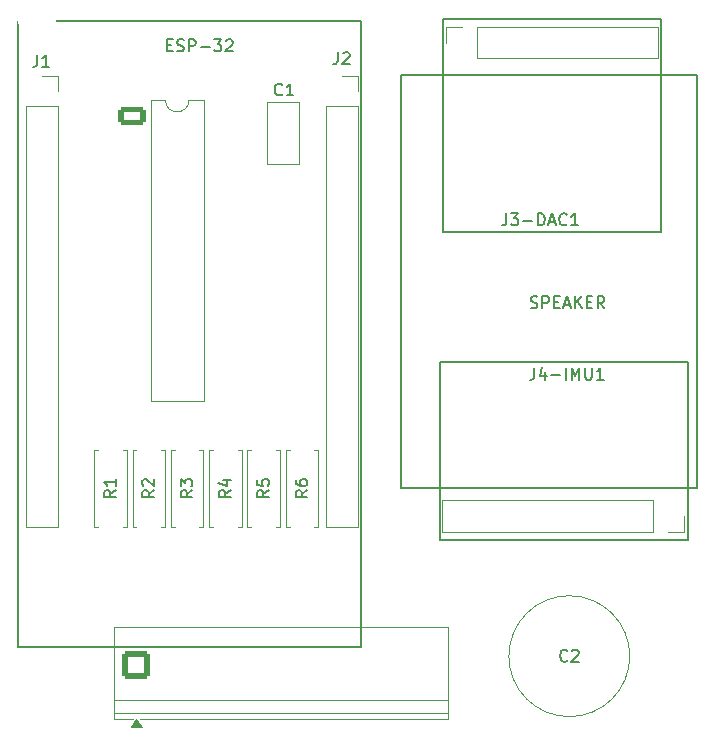
<source format=gto>
%TF.GenerationSoftware,KiCad,Pcbnew,9.0.5*%
%TF.CreationDate,2025-12-28T17:34:09+02:00*%
%TF.ProjectId,base-schematic-02,62617365-2d73-4636-9865-6d617469632d,rev?*%
%TF.SameCoordinates,Original*%
%TF.FileFunction,Legend,Top*%
%TF.FilePolarity,Positive*%
%FSLAX46Y46*%
G04 Gerber Fmt 4.6, Leading zero omitted, Abs format (unit mm)*
G04 Created by KiCad (PCBNEW 9.0.5) date 2025-12-28 17:34:09*
%MOMM*%
%LPD*%
G01*
G04 APERTURE LIST*
G04 Aperture macros list*
%AMRoundRect*
0 Rectangle with rounded corners*
0 $1 Rounding radius*
0 $2 $3 $4 $5 $6 $7 $8 $9 X,Y pos of 4 corners*
0 Add a 4 corners polygon primitive as box body*
4,1,4,$2,$3,$4,$5,$6,$7,$8,$9,$2,$3,0*
0 Add four circle primitives for the rounded corners*
1,1,$1+$1,$2,$3*
1,1,$1+$1,$4,$5*
1,1,$1+$1,$6,$7*
1,1,$1+$1,$8,$9*
0 Add four rect primitives between the rounded corners*
20,1,$1+$1,$2,$3,$4,$5,0*
20,1,$1+$1,$4,$5,$6,$7,0*
20,1,$1+$1,$6,$7,$8,$9,0*
20,1,$1+$1,$8,$9,$2,$3,0*%
G04 Aperture macros list end*
%ADD10C,0.200000*%
%ADD11C,0.150000*%
%ADD12C,0.120000*%
%ADD13R,1.700000X1.700000*%
%ADD14C,1.700000*%
%ADD15C,3.200000*%
%ADD16C,1.600000*%
%ADD17RoundRect,0.250001X-0.949999X-0.949999X0.949999X-0.949999X0.949999X0.949999X-0.949999X0.949999X0*%
%ADD18C,2.400000*%
%ADD19RoundRect,0.250000X-0.950000X-0.550000X0.950000X-0.550000X0.950000X0.550000X-0.950000X0.550000X0*%
%ADD20O,2.400000X1.600000*%
G04 APERTURE END LIST*
D10*
X87709138Y-82394959D02*
X108709138Y-82394959D01*
X108709138Y-97394959D01*
X87709138Y-97394959D01*
X87709138Y-82394959D01*
X52000000Y-53460000D02*
X81000000Y-53460000D01*
X81000000Y-106460000D01*
X52000000Y-106460000D01*
X52000000Y-53460000D01*
X87950000Y-53335000D02*
X106450000Y-53335000D01*
X106450000Y-71335000D01*
X87950000Y-71335000D01*
X87950000Y-53335000D01*
D11*
X64588095Y-55531009D02*
X64921428Y-55531009D01*
X65064285Y-56054819D02*
X64588095Y-56054819D01*
X64588095Y-56054819D02*
X64588095Y-55054819D01*
X64588095Y-55054819D02*
X65064285Y-55054819D01*
X65445238Y-56007200D02*
X65588095Y-56054819D01*
X65588095Y-56054819D02*
X65826190Y-56054819D01*
X65826190Y-56054819D02*
X65921428Y-56007200D01*
X65921428Y-56007200D02*
X65969047Y-55959580D01*
X65969047Y-55959580D02*
X66016666Y-55864342D01*
X66016666Y-55864342D02*
X66016666Y-55769104D01*
X66016666Y-55769104D02*
X65969047Y-55673866D01*
X65969047Y-55673866D02*
X65921428Y-55626247D01*
X65921428Y-55626247D02*
X65826190Y-55578628D01*
X65826190Y-55578628D02*
X65635714Y-55531009D01*
X65635714Y-55531009D02*
X65540476Y-55483390D01*
X65540476Y-55483390D02*
X65492857Y-55435771D01*
X65492857Y-55435771D02*
X65445238Y-55340533D01*
X65445238Y-55340533D02*
X65445238Y-55245295D01*
X65445238Y-55245295D02*
X65492857Y-55150057D01*
X65492857Y-55150057D02*
X65540476Y-55102438D01*
X65540476Y-55102438D02*
X65635714Y-55054819D01*
X65635714Y-55054819D02*
X65873809Y-55054819D01*
X65873809Y-55054819D02*
X66016666Y-55102438D01*
X66445238Y-56054819D02*
X66445238Y-55054819D01*
X66445238Y-55054819D02*
X66826190Y-55054819D01*
X66826190Y-55054819D02*
X66921428Y-55102438D01*
X66921428Y-55102438D02*
X66969047Y-55150057D01*
X66969047Y-55150057D02*
X67016666Y-55245295D01*
X67016666Y-55245295D02*
X67016666Y-55388152D01*
X67016666Y-55388152D02*
X66969047Y-55483390D01*
X66969047Y-55483390D02*
X66921428Y-55531009D01*
X66921428Y-55531009D02*
X66826190Y-55578628D01*
X66826190Y-55578628D02*
X66445238Y-55578628D01*
X67445238Y-55673866D02*
X68207143Y-55673866D01*
X68588095Y-55054819D02*
X69207142Y-55054819D01*
X69207142Y-55054819D02*
X68873809Y-55435771D01*
X68873809Y-55435771D02*
X69016666Y-55435771D01*
X69016666Y-55435771D02*
X69111904Y-55483390D01*
X69111904Y-55483390D02*
X69159523Y-55531009D01*
X69159523Y-55531009D02*
X69207142Y-55626247D01*
X69207142Y-55626247D02*
X69207142Y-55864342D01*
X69207142Y-55864342D02*
X69159523Y-55959580D01*
X69159523Y-55959580D02*
X69111904Y-56007200D01*
X69111904Y-56007200D02*
X69016666Y-56054819D01*
X69016666Y-56054819D02*
X68730952Y-56054819D01*
X68730952Y-56054819D02*
X68635714Y-56007200D01*
X68635714Y-56007200D02*
X68588095Y-55959580D01*
X69588095Y-55150057D02*
X69635714Y-55102438D01*
X69635714Y-55102438D02*
X69730952Y-55054819D01*
X69730952Y-55054819D02*
X69969047Y-55054819D01*
X69969047Y-55054819D02*
X70064285Y-55102438D01*
X70064285Y-55102438D02*
X70111904Y-55150057D01*
X70111904Y-55150057D02*
X70159523Y-55245295D01*
X70159523Y-55245295D02*
X70159523Y-55340533D01*
X70159523Y-55340533D02*
X70111904Y-55483390D01*
X70111904Y-55483390D02*
X69540476Y-56054819D01*
X69540476Y-56054819D02*
X70159523Y-56054819D01*
X95380952Y-77757200D02*
X95523809Y-77804819D01*
X95523809Y-77804819D02*
X95761904Y-77804819D01*
X95761904Y-77804819D02*
X95857142Y-77757200D01*
X95857142Y-77757200D02*
X95904761Y-77709580D01*
X95904761Y-77709580D02*
X95952380Y-77614342D01*
X95952380Y-77614342D02*
X95952380Y-77519104D01*
X95952380Y-77519104D02*
X95904761Y-77423866D01*
X95904761Y-77423866D02*
X95857142Y-77376247D01*
X95857142Y-77376247D02*
X95761904Y-77328628D01*
X95761904Y-77328628D02*
X95571428Y-77281009D01*
X95571428Y-77281009D02*
X95476190Y-77233390D01*
X95476190Y-77233390D02*
X95428571Y-77185771D01*
X95428571Y-77185771D02*
X95380952Y-77090533D01*
X95380952Y-77090533D02*
X95380952Y-76995295D01*
X95380952Y-76995295D02*
X95428571Y-76900057D01*
X95428571Y-76900057D02*
X95476190Y-76852438D01*
X95476190Y-76852438D02*
X95571428Y-76804819D01*
X95571428Y-76804819D02*
X95809523Y-76804819D01*
X95809523Y-76804819D02*
X95952380Y-76852438D01*
X96380952Y-77804819D02*
X96380952Y-76804819D01*
X96380952Y-76804819D02*
X96761904Y-76804819D01*
X96761904Y-76804819D02*
X96857142Y-76852438D01*
X96857142Y-76852438D02*
X96904761Y-76900057D01*
X96904761Y-76900057D02*
X96952380Y-76995295D01*
X96952380Y-76995295D02*
X96952380Y-77138152D01*
X96952380Y-77138152D02*
X96904761Y-77233390D01*
X96904761Y-77233390D02*
X96857142Y-77281009D01*
X96857142Y-77281009D02*
X96761904Y-77328628D01*
X96761904Y-77328628D02*
X96380952Y-77328628D01*
X97380952Y-77281009D02*
X97714285Y-77281009D01*
X97857142Y-77804819D02*
X97380952Y-77804819D01*
X97380952Y-77804819D02*
X97380952Y-76804819D01*
X97380952Y-76804819D02*
X97857142Y-76804819D01*
X98238095Y-77519104D02*
X98714285Y-77519104D01*
X98142857Y-77804819D02*
X98476190Y-76804819D01*
X98476190Y-76804819D02*
X98809523Y-77804819D01*
X99142857Y-77804819D02*
X99142857Y-76804819D01*
X99714285Y-77804819D02*
X99285714Y-77233390D01*
X99714285Y-76804819D02*
X99142857Y-77376247D01*
X100142857Y-77281009D02*
X100476190Y-77281009D01*
X100619047Y-77804819D02*
X100142857Y-77804819D01*
X100142857Y-77804819D02*
X100142857Y-76804819D01*
X100142857Y-76804819D02*
X100619047Y-76804819D01*
X101619047Y-77804819D02*
X101285714Y-77328628D01*
X101047619Y-77804819D02*
X101047619Y-76804819D01*
X101047619Y-76804819D02*
X101428571Y-76804819D01*
X101428571Y-76804819D02*
X101523809Y-76852438D01*
X101523809Y-76852438D02*
X101571428Y-76900057D01*
X101571428Y-76900057D02*
X101619047Y-76995295D01*
X101619047Y-76995295D02*
X101619047Y-77138152D01*
X101619047Y-77138152D02*
X101571428Y-77233390D01*
X101571428Y-77233390D02*
X101523809Y-77281009D01*
X101523809Y-77281009D02*
X101428571Y-77328628D01*
X101428571Y-77328628D02*
X101047619Y-77328628D01*
D10*
X84450000Y-58025000D02*
X109450000Y-58025000D01*
X109450000Y-93025000D01*
X84450000Y-93025000D01*
X84450000Y-58025000D01*
D11*
X79066666Y-56144819D02*
X79066666Y-56859104D01*
X79066666Y-56859104D02*
X79019047Y-57001961D01*
X79019047Y-57001961D02*
X78923809Y-57097200D01*
X78923809Y-57097200D02*
X78780952Y-57144819D01*
X78780952Y-57144819D02*
X78685714Y-57144819D01*
X79495238Y-56240057D02*
X79542857Y-56192438D01*
X79542857Y-56192438D02*
X79638095Y-56144819D01*
X79638095Y-56144819D02*
X79876190Y-56144819D01*
X79876190Y-56144819D02*
X79971428Y-56192438D01*
X79971428Y-56192438D02*
X80019047Y-56240057D01*
X80019047Y-56240057D02*
X80066666Y-56335295D01*
X80066666Y-56335295D02*
X80066666Y-56430533D01*
X80066666Y-56430533D02*
X80019047Y-56573390D01*
X80019047Y-56573390D02*
X79447619Y-57144819D01*
X79447619Y-57144819D02*
X80066666Y-57144819D01*
X53606666Y-56374819D02*
X53606666Y-57089104D01*
X53606666Y-57089104D02*
X53559047Y-57231961D01*
X53559047Y-57231961D02*
X53463809Y-57327200D01*
X53463809Y-57327200D02*
X53320952Y-57374819D01*
X53320952Y-57374819D02*
X53225714Y-57374819D01*
X54606666Y-57374819D02*
X54035238Y-57374819D01*
X54320952Y-57374819D02*
X54320952Y-56374819D01*
X54320952Y-56374819D02*
X54225714Y-56517676D01*
X54225714Y-56517676D02*
X54130476Y-56612914D01*
X54130476Y-56612914D02*
X54035238Y-56660533D01*
X63507819Y-93231666D02*
X63031628Y-93564999D01*
X63507819Y-93803094D02*
X62507819Y-93803094D01*
X62507819Y-93803094D02*
X62507819Y-93422142D01*
X62507819Y-93422142D02*
X62555438Y-93326904D01*
X62555438Y-93326904D02*
X62603057Y-93279285D01*
X62603057Y-93279285D02*
X62698295Y-93231666D01*
X62698295Y-93231666D02*
X62841152Y-93231666D01*
X62841152Y-93231666D02*
X62936390Y-93279285D01*
X62936390Y-93279285D02*
X62984009Y-93326904D01*
X62984009Y-93326904D02*
X63031628Y-93422142D01*
X63031628Y-93422142D02*
X63031628Y-93803094D01*
X62603057Y-92850713D02*
X62555438Y-92803094D01*
X62555438Y-92803094D02*
X62507819Y-92707856D01*
X62507819Y-92707856D02*
X62507819Y-92469761D01*
X62507819Y-92469761D02*
X62555438Y-92374523D01*
X62555438Y-92374523D02*
X62603057Y-92326904D01*
X62603057Y-92326904D02*
X62698295Y-92279285D01*
X62698295Y-92279285D02*
X62793533Y-92279285D01*
X62793533Y-92279285D02*
X62936390Y-92326904D01*
X62936390Y-92326904D02*
X63507819Y-92898332D01*
X63507819Y-92898332D02*
X63507819Y-92279285D01*
X60264819Y-93231666D02*
X59788628Y-93564999D01*
X60264819Y-93803094D02*
X59264819Y-93803094D01*
X59264819Y-93803094D02*
X59264819Y-93422142D01*
X59264819Y-93422142D02*
X59312438Y-93326904D01*
X59312438Y-93326904D02*
X59360057Y-93279285D01*
X59360057Y-93279285D02*
X59455295Y-93231666D01*
X59455295Y-93231666D02*
X59598152Y-93231666D01*
X59598152Y-93231666D02*
X59693390Y-93279285D01*
X59693390Y-93279285D02*
X59741009Y-93326904D01*
X59741009Y-93326904D02*
X59788628Y-93422142D01*
X59788628Y-93422142D02*
X59788628Y-93803094D01*
X60264819Y-92279285D02*
X60264819Y-92850713D01*
X60264819Y-92564999D02*
X59264819Y-92564999D01*
X59264819Y-92564999D02*
X59407676Y-92660237D01*
X59407676Y-92660237D02*
X59502914Y-92755475D01*
X59502914Y-92755475D02*
X59550533Y-92850713D01*
X93337857Y-69789819D02*
X93337857Y-70504104D01*
X93337857Y-70504104D02*
X93290238Y-70646961D01*
X93290238Y-70646961D02*
X93195000Y-70742200D01*
X93195000Y-70742200D02*
X93052143Y-70789819D01*
X93052143Y-70789819D02*
X92956905Y-70789819D01*
X93718810Y-69789819D02*
X94337857Y-69789819D01*
X94337857Y-69789819D02*
X94004524Y-70170771D01*
X94004524Y-70170771D02*
X94147381Y-70170771D01*
X94147381Y-70170771D02*
X94242619Y-70218390D01*
X94242619Y-70218390D02*
X94290238Y-70266009D01*
X94290238Y-70266009D02*
X94337857Y-70361247D01*
X94337857Y-70361247D02*
X94337857Y-70599342D01*
X94337857Y-70599342D02*
X94290238Y-70694580D01*
X94290238Y-70694580D02*
X94242619Y-70742200D01*
X94242619Y-70742200D02*
X94147381Y-70789819D01*
X94147381Y-70789819D02*
X93861667Y-70789819D01*
X93861667Y-70789819D02*
X93766429Y-70742200D01*
X93766429Y-70742200D02*
X93718810Y-70694580D01*
X94766429Y-70408866D02*
X95528334Y-70408866D01*
X96004524Y-70789819D02*
X96004524Y-69789819D01*
X96004524Y-69789819D02*
X96242619Y-69789819D01*
X96242619Y-69789819D02*
X96385476Y-69837438D01*
X96385476Y-69837438D02*
X96480714Y-69932676D01*
X96480714Y-69932676D02*
X96528333Y-70027914D01*
X96528333Y-70027914D02*
X96575952Y-70218390D01*
X96575952Y-70218390D02*
X96575952Y-70361247D01*
X96575952Y-70361247D02*
X96528333Y-70551723D01*
X96528333Y-70551723D02*
X96480714Y-70646961D01*
X96480714Y-70646961D02*
X96385476Y-70742200D01*
X96385476Y-70742200D02*
X96242619Y-70789819D01*
X96242619Y-70789819D02*
X96004524Y-70789819D01*
X96956905Y-70504104D02*
X97433095Y-70504104D01*
X96861667Y-70789819D02*
X97195000Y-69789819D01*
X97195000Y-69789819D02*
X97528333Y-70789819D01*
X98433095Y-70694580D02*
X98385476Y-70742200D01*
X98385476Y-70742200D02*
X98242619Y-70789819D01*
X98242619Y-70789819D02*
X98147381Y-70789819D01*
X98147381Y-70789819D02*
X98004524Y-70742200D01*
X98004524Y-70742200D02*
X97909286Y-70646961D01*
X97909286Y-70646961D02*
X97861667Y-70551723D01*
X97861667Y-70551723D02*
X97814048Y-70361247D01*
X97814048Y-70361247D02*
X97814048Y-70218390D01*
X97814048Y-70218390D02*
X97861667Y-70027914D01*
X97861667Y-70027914D02*
X97909286Y-69932676D01*
X97909286Y-69932676D02*
X98004524Y-69837438D01*
X98004524Y-69837438D02*
X98147381Y-69789819D01*
X98147381Y-69789819D02*
X98242619Y-69789819D01*
X98242619Y-69789819D02*
X98385476Y-69837438D01*
X98385476Y-69837438D02*
X98433095Y-69885057D01*
X99385476Y-70789819D02*
X98814048Y-70789819D01*
X99099762Y-70789819D02*
X99099762Y-69789819D01*
X99099762Y-69789819D02*
X99004524Y-69932676D01*
X99004524Y-69932676D02*
X98909286Y-70027914D01*
X98909286Y-70027914D02*
X98814048Y-70075533D01*
X69993819Y-93231666D02*
X69517628Y-93564999D01*
X69993819Y-93803094D02*
X68993819Y-93803094D01*
X68993819Y-93803094D02*
X68993819Y-93422142D01*
X68993819Y-93422142D02*
X69041438Y-93326904D01*
X69041438Y-93326904D02*
X69089057Y-93279285D01*
X69089057Y-93279285D02*
X69184295Y-93231666D01*
X69184295Y-93231666D02*
X69327152Y-93231666D01*
X69327152Y-93231666D02*
X69422390Y-93279285D01*
X69422390Y-93279285D02*
X69470009Y-93326904D01*
X69470009Y-93326904D02*
X69517628Y-93422142D01*
X69517628Y-93422142D02*
X69517628Y-93803094D01*
X69327152Y-92374523D02*
X69993819Y-92374523D01*
X68946200Y-92612618D02*
X69660485Y-92850713D01*
X69660485Y-92850713D02*
X69660485Y-92231666D01*
X98493333Y-107629580D02*
X98445714Y-107677200D01*
X98445714Y-107677200D02*
X98302857Y-107724819D01*
X98302857Y-107724819D02*
X98207619Y-107724819D01*
X98207619Y-107724819D02*
X98064762Y-107677200D01*
X98064762Y-107677200D02*
X97969524Y-107581961D01*
X97969524Y-107581961D02*
X97921905Y-107486723D01*
X97921905Y-107486723D02*
X97874286Y-107296247D01*
X97874286Y-107296247D02*
X97874286Y-107153390D01*
X97874286Y-107153390D02*
X97921905Y-106962914D01*
X97921905Y-106962914D02*
X97969524Y-106867676D01*
X97969524Y-106867676D02*
X98064762Y-106772438D01*
X98064762Y-106772438D02*
X98207619Y-106724819D01*
X98207619Y-106724819D02*
X98302857Y-106724819D01*
X98302857Y-106724819D02*
X98445714Y-106772438D01*
X98445714Y-106772438D02*
X98493333Y-106820057D01*
X98874286Y-106820057D02*
X98921905Y-106772438D01*
X98921905Y-106772438D02*
X99017143Y-106724819D01*
X99017143Y-106724819D02*
X99255238Y-106724819D01*
X99255238Y-106724819D02*
X99350476Y-106772438D01*
X99350476Y-106772438D02*
X99398095Y-106820057D01*
X99398095Y-106820057D02*
X99445714Y-106915295D01*
X99445714Y-106915295D02*
X99445714Y-107010533D01*
X99445714Y-107010533D02*
X99398095Y-107153390D01*
X99398095Y-107153390D02*
X98826667Y-107724819D01*
X98826667Y-107724819D02*
X99445714Y-107724819D01*
X76479819Y-93231666D02*
X76003628Y-93564999D01*
X76479819Y-93803094D02*
X75479819Y-93803094D01*
X75479819Y-93803094D02*
X75479819Y-93422142D01*
X75479819Y-93422142D02*
X75527438Y-93326904D01*
X75527438Y-93326904D02*
X75575057Y-93279285D01*
X75575057Y-93279285D02*
X75670295Y-93231666D01*
X75670295Y-93231666D02*
X75813152Y-93231666D01*
X75813152Y-93231666D02*
X75908390Y-93279285D01*
X75908390Y-93279285D02*
X75956009Y-93326904D01*
X75956009Y-93326904D02*
X76003628Y-93422142D01*
X76003628Y-93422142D02*
X76003628Y-93803094D01*
X75479819Y-92374523D02*
X75479819Y-92564999D01*
X75479819Y-92564999D02*
X75527438Y-92660237D01*
X75527438Y-92660237D02*
X75575057Y-92707856D01*
X75575057Y-92707856D02*
X75717914Y-92803094D01*
X75717914Y-92803094D02*
X75908390Y-92850713D01*
X75908390Y-92850713D02*
X76289342Y-92850713D01*
X76289342Y-92850713D02*
X76384580Y-92803094D01*
X76384580Y-92803094D02*
X76432200Y-92755475D01*
X76432200Y-92755475D02*
X76479819Y-92660237D01*
X76479819Y-92660237D02*
X76479819Y-92469761D01*
X76479819Y-92469761D02*
X76432200Y-92374523D01*
X76432200Y-92374523D02*
X76384580Y-92326904D01*
X76384580Y-92326904D02*
X76289342Y-92279285D01*
X76289342Y-92279285D02*
X76051247Y-92279285D01*
X76051247Y-92279285D02*
X75956009Y-92326904D01*
X75956009Y-92326904D02*
X75908390Y-92374523D01*
X75908390Y-92374523D02*
X75860771Y-92469761D01*
X75860771Y-92469761D02*
X75860771Y-92660237D01*
X75860771Y-92660237D02*
X75908390Y-92755475D01*
X75908390Y-92755475D02*
X75956009Y-92803094D01*
X75956009Y-92803094D02*
X76051247Y-92850713D01*
X74343333Y-59699580D02*
X74295714Y-59747200D01*
X74295714Y-59747200D02*
X74152857Y-59794819D01*
X74152857Y-59794819D02*
X74057619Y-59794819D01*
X74057619Y-59794819D02*
X73914762Y-59747200D01*
X73914762Y-59747200D02*
X73819524Y-59651961D01*
X73819524Y-59651961D02*
X73771905Y-59556723D01*
X73771905Y-59556723D02*
X73724286Y-59366247D01*
X73724286Y-59366247D02*
X73724286Y-59223390D01*
X73724286Y-59223390D02*
X73771905Y-59032914D01*
X73771905Y-59032914D02*
X73819524Y-58937676D01*
X73819524Y-58937676D02*
X73914762Y-58842438D01*
X73914762Y-58842438D02*
X74057619Y-58794819D01*
X74057619Y-58794819D02*
X74152857Y-58794819D01*
X74152857Y-58794819D02*
X74295714Y-58842438D01*
X74295714Y-58842438D02*
X74343333Y-58890057D01*
X75295714Y-59794819D02*
X74724286Y-59794819D01*
X75010000Y-59794819D02*
X75010000Y-58794819D01*
X75010000Y-58794819D02*
X74914762Y-58937676D01*
X74914762Y-58937676D02*
X74819524Y-59032914D01*
X74819524Y-59032914D02*
X74724286Y-59080533D01*
X73236819Y-93231666D02*
X72760628Y-93564999D01*
X73236819Y-93803094D02*
X72236819Y-93803094D01*
X72236819Y-93803094D02*
X72236819Y-93422142D01*
X72236819Y-93422142D02*
X72284438Y-93326904D01*
X72284438Y-93326904D02*
X72332057Y-93279285D01*
X72332057Y-93279285D02*
X72427295Y-93231666D01*
X72427295Y-93231666D02*
X72570152Y-93231666D01*
X72570152Y-93231666D02*
X72665390Y-93279285D01*
X72665390Y-93279285D02*
X72713009Y-93326904D01*
X72713009Y-93326904D02*
X72760628Y-93422142D01*
X72760628Y-93422142D02*
X72760628Y-93803094D01*
X72236819Y-92326904D02*
X72236819Y-92803094D01*
X72236819Y-92803094D02*
X72713009Y-92850713D01*
X72713009Y-92850713D02*
X72665390Y-92803094D01*
X72665390Y-92803094D02*
X72617771Y-92707856D01*
X72617771Y-92707856D02*
X72617771Y-92469761D01*
X72617771Y-92469761D02*
X72665390Y-92374523D01*
X72665390Y-92374523D02*
X72713009Y-92326904D01*
X72713009Y-92326904D02*
X72808247Y-92279285D01*
X72808247Y-92279285D02*
X73046342Y-92279285D01*
X73046342Y-92279285D02*
X73141580Y-92326904D01*
X73141580Y-92326904D02*
X73189200Y-92374523D01*
X73189200Y-92374523D02*
X73236819Y-92469761D01*
X73236819Y-92469761D02*
X73236819Y-92707856D01*
X73236819Y-92707856D02*
X73189200Y-92803094D01*
X73189200Y-92803094D02*
X73141580Y-92850713D01*
X66750819Y-93231666D02*
X66274628Y-93564999D01*
X66750819Y-93803094D02*
X65750819Y-93803094D01*
X65750819Y-93803094D02*
X65750819Y-93422142D01*
X65750819Y-93422142D02*
X65798438Y-93326904D01*
X65798438Y-93326904D02*
X65846057Y-93279285D01*
X65846057Y-93279285D02*
X65941295Y-93231666D01*
X65941295Y-93231666D02*
X66084152Y-93231666D01*
X66084152Y-93231666D02*
X66179390Y-93279285D01*
X66179390Y-93279285D02*
X66227009Y-93326904D01*
X66227009Y-93326904D02*
X66274628Y-93422142D01*
X66274628Y-93422142D02*
X66274628Y-93803094D01*
X65750819Y-92898332D02*
X65750819Y-92279285D01*
X65750819Y-92279285D02*
X66131771Y-92612618D01*
X66131771Y-92612618D02*
X66131771Y-92469761D01*
X66131771Y-92469761D02*
X66179390Y-92374523D01*
X66179390Y-92374523D02*
X66227009Y-92326904D01*
X66227009Y-92326904D02*
X66322247Y-92279285D01*
X66322247Y-92279285D02*
X66560342Y-92279285D01*
X66560342Y-92279285D02*
X66655580Y-92326904D01*
X66655580Y-92326904D02*
X66703200Y-92374523D01*
X66703200Y-92374523D02*
X66750819Y-92469761D01*
X66750819Y-92469761D02*
X66750819Y-92755475D01*
X66750819Y-92755475D02*
X66703200Y-92850713D01*
X66703200Y-92850713D02*
X66655580Y-92898332D01*
X95707233Y-82849778D02*
X95707233Y-83564063D01*
X95707233Y-83564063D02*
X95659614Y-83706920D01*
X95659614Y-83706920D02*
X95564376Y-83802159D01*
X95564376Y-83802159D02*
X95421519Y-83849778D01*
X95421519Y-83849778D02*
X95326281Y-83849778D01*
X96611995Y-83183111D02*
X96611995Y-83849778D01*
X96373900Y-82802159D02*
X96135805Y-83516444D01*
X96135805Y-83516444D02*
X96754852Y-83516444D01*
X97135805Y-83468825D02*
X97897710Y-83468825D01*
X98373900Y-83849778D02*
X98373900Y-82849778D01*
X98850090Y-83849778D02*
X98850090Y-82849778D01*
X98850090Y-82849778D02*
X99183423Y-83564063D01*
X99183423Y-83564063D02*
X99516756Y-82849778D01*
X99516756Y-82849778D02*
X99516756Y-83849778D01*
X99992947Y-82849778D02*
X99992947Y-83659301D01*
X99992947Y-83659301D02*
X100040566Y-83754539D01*
X100040566Y-83754539D02*
X100088185Y-83802159D01*
X100088185Y-83802159D02*
X100183423Y-83849778D01*
X100183423Y-83849778D02*
X100373899Y-83849778D01*
X100373899Y-83849778D02*
X100469137Y-83802159D01*
X100469137Y-83802159D02*
X100516756Y-83754539D01*
X100516756Y-83754539D02*
X100564375Y-83659301D01*
X100564375Y-83659301D02*
X100564375Y-82849778D01*
X101564375Y-83849778D02*
X100992947Y-83849778D01*
X101278661Y-83849778D02*
X101278661Y-82849778D01*
X101278661Y-82849778D02*
X101183423Y-82992635D01*
X101183423Y-82992635D02*
X101088185Y-83087873D01*
X101088185Y-83087873D02*
X100992947Y-83135492D01*
D12*
%TO.C,J2*%
X78070000Y-60730000D02*
X78070000Y-96350000D01*
X78070000Y-60730000D02*
X80730000Y-60730000D01*
X78070000Y-96350000D02*
X80730000Y-96350000D01*
X79400000Y-58130000D02*
X80730000Y-58130000D01*
X80730000Y-58130000D02*
X80730000Y-59460000D01*
X80730000Y-60730000D02*
X80730000Y-96350000D01*
%TO.C,J1*%
X52670000Y-60730000D02*
X52670000Y-96350000D01*
X52670000Y-60730000D02*
X55330000Y-60730000D01*
X52670000Y-96350000D02*
X55330000Y-96350000D01*
X54000000Y-58130000D02*
X55330000Y-58130000D01*
X55330000Y-58130000D02*
X55330000Y-59460000D01*
X55330000Y-60730000D02*
X55330000Y-96350000D01*
%TO.C,R2*%
X61683000Y-89795000D02*
X61683000Y-96335000D01*
X61683000Y-96335000D02*
X62013000Y-96335000D01*
X62013000Y-89795000D02*
X61683000Y-89795000D01*
X64093000Y-89795000D02*
X64423000Y-89795000D01*
X64423000Y-89795000D02*
X64423000Y-96335000D01*
X64423000Y-96335000D02*
X64093000Y-96335000D01*
%TO.C,R1*%
X58440000Y-89795000D02*
X58440000Y-96335000D01*
X58440000Y-96335000D02*
X58770000Y-96335000D01*
X58770000Y-89795000D02*
X58440000Y-89795000D01*
X60850000Y-89795000D02*
X61180000Y-89795000D01*
X61180000Y-89795000D02*
X61180000Y-96335000D01*
X61180000Y-96335000D02*
X60850000Y-96335000D01*
%TO.C,J3-DAC1*%
X88240000Y-54005000D02*
X89570000Y-54005000D01*
X88240000Y-55335000D02*
X88240000Y-54005000D01*
X90840000Y-54005000D02*
X106140000Y-54005000D01*
X90840000Y-56665000D02*
X90840000Y-54005000D01*
X90840000Y-56665000D02*
X106140000Y-56665000D01*
X106140000Y-56665000D02*
X106140000Y-54005000D01*
%TO.C,R4*%
X68169000Y-89795000D02*
X68169000Y-96335000D01*
X68169000Y-96335000D02*
X68499000Y-96335000D01*
X68499000Y-89795000D02*
X68169000Y-89795000D01*
X70579000Y-89795000D02*
X70909000Y-89795000D01*
X70909000Y-89795000D02*
X70909000Y-96335000D01*
X70909000Y-96335000D02*
X70579000Y-96335000D01*
%TO.C,C2*%
X103780000Y-107270000D02*
G75*
G02*
X93540000Y-107270000I-5120000J0D01*
G01*
X93540000Y-107270000D02*
G75*
G02*
X103780000Y-107270000I5120000J0D01*
G01*
%TO.C,R6*%
X74655000Y-89795000D02*
X74655000Y-96335000D01*
X74655000Y-96335000D02*
X74985000Y-96335000D01*
X74985000Y-89795000D02*
X74655000Y-89795000D01*
X77065000Y-89795000D02*
X77395000Y-89795000D01*
X77395000Y-89795000D02*
X77395000Y-96335000D01*
X77395000Y-96335000D02*
X77065000Y-96335000D01*
%TO.C,C1*%
X73070000Y-60340000D02*
X75810000Y-60340000D01*
X73070000Y-65580000D02*
X73070000Y-60340000D01*
X75810000Y-60340000D02*
X75810000Y-65580000D01*
X75810000Y-65580000D02*
X73070000Y-65580000D01*
%TO.C,R5*%
X71412000Y-89795000D02*
X71412000Y-96335000D01*
X71412000Y-96335000D02*
X71742000Y-96335000D01*
X71742000Y-89795000D02*
X71412000Y-89795000D01*
X73822000Y-89795000D02*
X74152000Y-89795000D01*
X74152000Y-89795000D02*
X74152000Y-96335000D01*
X74152000Y-96335000D02*
X73822000Y-96335000D01*
%TO.C,R3*%
X64926000Y-89795000D02*
X64926000Y-96335000D01*
X64926000Y-96335000D02*
X65256000Y-96335000D01*
X65256000Y-89795000D02*
X64926000Y-89795000D01*
X67336000Y-89795000D02*
X67666000Y-89795000D01*
X67666000Y-89795000D02*
X67666000Y-96335000D01*
X67666000Y-96335000D02*
X67336000Y-96335000D01*
%TO.C,J4*%
X60130000Y-104780000D02*
X88370000Y-104780000D01*
X60130000Y-111000000D02*
X88370000Y-111000000D01*
X60130000Y-112100000D02*
X88370000Y-112100000D01*
X60130000Y-112620000D02*
X60130000Y-104780000D01*
X61700000Y-112620000D02*
X60130000Y-112620000D01*
X88370000Y-104780000D02*
X88370000Y-112620000D01*
X88370000Y-112620000D02*
X62300000Y-112620000D01*
X62440000Y-113230000D02*
X61560000Y-113230000D01*
X62000000Y-112620000D01*
X62440000Y-113230000D01*
G36*
X62440000Y-113230000D02*
G01*
X61560000Y-113230000D01*
X62000000Y-112620000D01*
X62440000Y-113230000D01*
G37*
%TO.C,U1*%
X63210000Y-60180000D02*
X63210000Y-85700000D01*
X63210000Y-85700000D02*
X67710000Y-85700000D01*
X64460000Y-60180000D02*
X63210000Y-60180000D01*
X67710000Y-60180000D02*
X66460000Y-60180000D01*
X67710000Y-85700000D02*
X67710000Y-60180000D01*
X66460000Y-60180000D02*
G75*
G02*
X64460000Y-60180000I-1000000J0D01*
G01*
%TO.C,J4-IMU1*%
X87899138Y-94064959D02*
X87899138Y-96724959D01*
X105739138Y-94064959D02*
X87899138Y-94064959D01*
X105739138Y-94064959D02*
X105739138Y-96724959D01*
X105739138Y-96724959D02*
X87899138Y-96724959D01*
X108339138Y-95394959D02*
X108339138Y-96724959D01*
X108339138Y-96724959D02*
X107009138Y-96724959D01*
%TD*%
%LPC*%
D13*
%TO.C,J2*%
X79400000Y-59460000D03*
D14*
X79400000Y-62000000D03*
X79400000Y-64540000D03*
X79400000Y-67080000D03*
X79400000Y-69620000D03*
X79400000Y-72160000D03*
X79400000Y-74700000D03*
X79400000Y-77240000D03*
X79400000Y-79780000D03*
X79400000Y-82320000D03*
X79400000Y-84860000D03*
X79400000Y-87400000D03*
X79400000Y-89940000D03*
X79400000Y-92480000D03*
X79400000Y-95020000D03*
%TD*%
D13*
%TO.C,J1*%
X54000000Y-59460000D03*
D14*
X54000000Y-62000000D03*
X54000000Y-64540000D03*
X54000000Y-67080000D03*
X54000000Y-69620000D03*
X54000000Y-72160000D03*
X54000000Y-74700000D03*
X54000000Y-77240000D03*
X54000000Y-79780000D03*
X54000000Y-82320000D03*
X54000000Y-84860000D03*
X54000000Y-87400000D03*
X54000000Y-89940000D03*
X54000000Y-92480000D03*
X54000000Y-95020000D03*
%TD*%
D15*
%TO.C,H1*%
X53600000Y-53600000D03*
%TD*%
D16*
%TO.C,R2*%
X63053000Y-89255000D03*
X63053000Y-96875000D03*
%TD*%
%TO.C,R1*%
X59810000Y-89255000D03*
X59810000Y-96875000D03*
%TD*%
D13*
%TO.C,J3-DAC1*%
X89570000Y-55335000D03*
D14*
X92110000Y-55335000D03*
X94650000Y-55335000D03*
X97190000Y-55335000D03*
X99730000Y-55335000D03*
X102270000Y-55335000D03*
X104810000Y-55335000D03*
%TD*%
D15*
%TO.C,H4*%
X53600000Y-111400000D03*
%TD*%
D16*
%TO.C,R4*%
X69539000Y-89255000D03*
X69539000Y-96875000D03*
%TD*%
%TO.C,C2*%
X96160000Y-107270000D03*
X101160000Y-107270000D03*
%TD*%
%TO.C,R6*%
X76025000Y-89255000D03*
X76025000Y-96875000D03*
%TD*%
%TO.C,C1*%
X74440000Y-61710000D03*
X74440000Y-64210000D03*
%TD*%
%TO.C,R5*%
X72782000Y-89255000D03*
X72782000Y-96875000D03*
%TD*%
%TO.C,R3*%
X66296000Y-89255000D03*
X66296000Y-96875000D03*
%TD*%
D17*
%TO.C,J4*%
X62000000Y-108000000D03*
D18*
X65500000Y-108000000D03*
X69000000Y-108000000D03*
X72500000Y-108000000D03*
X76000000Y-108000000D03*
X79500000Y-108000000D03*
X83000000Y-108000000D03*
X86500000Y-108000000D03*
%TD*%
D19*
%TO.C,U1*%
X61650000Y-61510000D03*
D20*
X61650000Y-64050000D03*
X61650000Y-66590000D03*
X61650000Y-69130000D03*
X61650000Y-71670000D03*
X61650000Y-74210000D03*
X61650000Y-76750000D03*
X61650000Y-79290000D03*
X61650000Y-81830000D03*
X61650000Y-84370000D03*
X69270000Y-84370000D03*
X69270000Y-81830000D03*
X69270000Y-79290000D03*
X69270000Y-76750000D03*
X69270000Y-74210000D03*
X69270000Y-71670000D03*
X69270000Y-69130000D03*
X69270000Y-66590000D03*
X69270000Y-64050000D03*
X69270000Y-61510000D03*
%TD*%
D15*
%TO.C,H3*%
X111450000Y-111430000D03*
%TD*%
%TO.C,H2*%
X111400000Y-53600000D03*
%TD*%
D13*
%TO.C,J4-IMU1*%
X107009138Y-95394959D03*
D14*
X104469138Y-95394959D03*
X101929138Y-95394959D03*
X99389138Y-95394959D03*
X96849138Y-95394959D03*
X94309138Y-95394959D03*
X91769138Y-95394959D03*
X89229138Y-95394959D03*
%TD*%
%LPD*%
M02*

</source>
